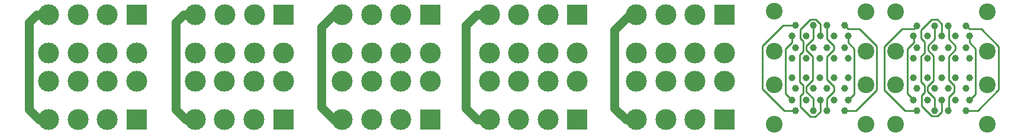
<source format=gbr>
G04 #@! TF.FileFunction,Copper,L1,Top,Signal*
%FSLAX46Y46*%
G04 Gerber Fmt 4.6, Leading zero omitted, Abs format (unit mm)*
G04 Created by KiCad (PCBNEW 4.0.7) date 04/09/18 21:47:58*
%MOMM*%
%LPD*%
G01*
G04 APERTURE LIST*
%ADD10C,0.100000*%
%ADD11C,2.400000*%
%ADD12C,1.000000*%
%ADD13R,3.000000X3.000000*%
%ADD14C,3.000000*%
%ADD15C,1.250000*%
%ADD16C,1.000000*%
%ADD17C,0.250000*%
G04 APERTURE END LIST*
D10*
D11*
X202387200Y-110985300D03*
X202387200Y-105305300D03*
X215527200Y-105305300D03*
X215527200Y-110975300D03*
D12*
X212457200Y-108985300D03*
X205457200Y-108985300D03*
X207957200Y-108985300D03*
X209957200Y-108985300D03*
X212957200Y-107485300D03*
X210957200Y-107485300D03*
X208967200Y-107485300D03*
X206957200Y-107485300D03*
X204957200Y-107485300D03*
X205457200Y-105785300D03*
X207957200Y-105785300D03*
X209957200Y-105785300D03*
X212457200Y-105785300D03*
X212957200Y-104285300D03*
X210957200Y-104285300D03*
X208957200Y-104285300D03*
X206957200Y-104285300D03*
X204957200Y-104285300D03*
D11*
X202387200Y-94792800D03*
X202387200Y-100472800D03*
X215527200Y-100472800D03*
X215527200Y-94802800D03*
D12*
X212457200Y-96792800D03*
X205457200Y-96792800D03*
X207957200Y-96792800D03*
X209957200Y-96792800D03*
X212957200Y-98292800D03*
X210957200Y-98292800D03*
X208967200Y-98292800D03*
X206957200Y-98292800D03*
X204957200Y-98292800D03*
X205457200Y-99992800D03*
X207957200Y-99992800D03*
X209957200Y-99992800D03*
X212457200Y-99992800D03*
X212957200Y-101492800D03*
X210957200Y-101492800D03*
X208957200Y-101492800D03*
X206957200Y-101492800D03*
X204957200Y-101492800D03*
D11*
X185020700Y-110976800D03*
X185020700Y-105296800D03*
X198160700Y-105296800D03*
X198160700Y-110966800D03*
D12*
X195090700Y-108976800D03*
X188090700Y-108976800D03*
X190590700Y-108976800D03*
X192590700Y-108976800D03*
X195590700Y-107476800D03*
X193590700Y-107476800D03*
X191600700Y-107476800D03*
X189590700Y-107476800D03*
X187590700Y-107476800D03*
X188090700Y-105776800D03*
X190590700Y-105776800D03*
X192590700Y-105776800D03*
X195090700Y-105776800D03*
X195590700Y-104276800D03*
X193590700Y-104276800D03*
X191590700Y-104276800D03*
X189590700Y-104276800D03*
X187590700Y-104276800D03*
D11*
X185020700Y-94737800D03*
X185020700Y-100417800D03*
X198160700Y-100417800D03*
X198160700Y-94747800D03*
D12*
X195090700Y-96737800D03*
X188090700Y-96737800D03*
X190590700Y-96737800D03*
X192590700Y-96737800D03*
X195590700Y-98237800D03*
X193590700Y-98237800D03*
X191600700Y-98237800D03*
X189590700Y-98237800D03*
X187590700Y-98237800D03*
X188090700Y-99937800D03*
X190590700Y-99937800D03*
X192590700Y-99937800D03*
X195090700Y-99937800D03*
X195590700Y-101437800D03*
X193590700Y-101437800D03*
X191590700Y-101437800D03*
X189590700Y-101437800D03*
X187590700Y-101437800D03*
D13*
X93827600Y-110286800D03*
D14*
X89627600Y-110286800D03*
X85427600Y-110286800D03*
X81227600Y-110286800D03*
X93827600Y-104786800D03*
X89627600Y-104786800D03*
X85427600Y-104786800D03*
X81227600Y-104786800D03*
D13*
X93827600Y-95250000D03*
D14*
X89627600Y-95250000D03*
X85427600Y-95250000D03*
X81227600Y-95250000D03*
X93827600Y-100750000D03*
X89627600Y-100750000D03*
X85427600Y-100750000D03*
X81227600Y-100750000D03*
D13*
X114808000Y-110286800D03*
D14*
X110608000Y-110286800D03*
X106408000Y-110286800D03*
X102208000Y-110286800D03*
X114808000Y-104786800D03*
X110608000Y-104786800D03*
X106408000Y-104786800D03*
X102208000Y-104786800D03*
D13*
X114858800Y-95250000D03*
D14*
X110658800Y-95250000D03*
X106458800Y-95250000D03*
X102258800Y-95250000D03*
X114858800Y-100750000D03*
X110658800Y-100750000D03*
X106458800Y-100750000D03*
X102258800Y-100750000D03*
D13*
X135839200Y-110286800D03*
D14*
X131639200Y-110286800D03*
X127439200Y-110286800D03*
X123239200Y-110286800D03*
X135839200Y-104786800D03*
X131639200Y-104786800D03*
X127439200Y-104786800D03*
X123239200Y-104786800D03*
D13*
X135839200Y-95250000D03*
D14*
X131639200Y-95250000D03*
X127439200Y-95250000D03*
X123239200Y-95250000D03*
X135839200Y-100750000D03*
X131639200Y-100750000D03*
X127439200Y-100750000D03*
X123239200Y-100750000D03*
D13*
X156870400Y-110286800D03*
D14*
X152670400Y-110286800D03*
X148470400Y-110286800D03*
X144270400Y-110286800D03*
X156870400Y-104786800D03*
X152670400Y-104786800D03*
X148470400Y-104786800D03*
X144270400Y-104786800D03*
D13*
X156870400Y-95250000D03*
D14*
X152670400Y-95250000D03*
X148470400Y-95250000D03*
X144270400Y-95250000D03*
X156870400Y-100750000D03*
X152670400Y-100750000D03*
X148470400Y-100750000D03*
X144270400Y-100750000D03*
D13*
X177901600Y-110286800D03*
D14*
X173701600Y-110286800D03*
X169501600Y-110286800D03*
X165301600Y-110286800D03*
X177901600Y-104786800D03*
X173701600Y-104786800D03*
X169501600Y-104786800D03*
X165301600Y-104786800D03*
D13*
X177901600Y-95250000D03*
D14*
X173701600Y-95250000D03*
X169501600Y-95250000D03*
X165301600Y-95250000D03*
X177901600Y-100750000D03*
X173701600Y-100750000D03*
X169501600Y-100750000D03*
X165301600Y-100750000D03*
D15*
X81189500Y-110286800D02*
X79883000Y-110286800D01*
X78405656Y-108809456D02*
X78405656Y-96333644D01*
X78405656Y-96333644D02*
X79502000Y-95237300D01*
X79883000Y-110286800D02*
X78405656Y-108809456D01*
X79502000Y-95237300D02*
X81189500Y-95237300D01*
X100533200Y-95237300D02*
X102220700Y-95237300D01*
X100914200Y-110286800D02*
X99436856Y-108809456D01*
X99436856Y-96333644D02*
X100533200Y-95237300D01*
X99436856Y-108809456D02*
X99436856Y-96333644D01*
X102220700Y-110286800D02*
X100914200Y-110286800D01*
X165339700Y-110286800D02*
X163840160Y-110286800D01*
X163840160Y-110286800D02*
X162204400Y-108651040D01*
X162204400Y-97414080D02*
X164381180Y-95237300D01*
X162204400Y-108651040D02*
X162204400Y-97414080D01*
D16*
X164381180Y-95237300D02*
X165339700Y-95237300D01*
D17*
X212489700Y-96737800D02*
X212989699Y-97237799D01*
X217154116Y-105959386D02*
X214136702Y-108976800D01*
X212989699Y-97237799D02*
X214636701Y-97237799D01*
X214636701Y-97237799D02*
X217154116Y-99755214D01*
X217154116Y-99755214D02*
X217154116Y-105959386D01*
X214136702Y-108976800D02*
X213196806Y-108976800D01*
X213196806Y-108976800D02*
X212489700Y-108976800D01*
X205489700Y-96737800D02*
X204989701Y-97237799D01*
X204989701Y-97237799D02*
X203342699Y-97237799D01*
X203342699Y-97237799D02*
X200807577Y-99772921D01*
X200807577Y-99772921D02*
X200807577Y-106076180D01*
X200807577Y-106076180D02*
X203708197Y-108976800D01*
X203708197Y-108976800D02*
X204782594Y-108976800D01*
X204782594Y-108976800D02*
X205489700Y-108976800D01*
X207989700Y-96737800D02*
X207989700Y-98716798D01*
X207989700Y-108269694D02*
X207989700Y-108976800D01*
X207989700Y-98716798D02*
X207024529Y-99681969D01*
X207024529Y-99681969D02*
X207024529Y-100330355D01*
X207798472Y-101104298D02*
X207798472Y-104714568D01*
X207024529Y-100330355D02*
X207798472Y-101104298D01*
X207798472Y-104714568D02*
X207802701Y-104718797D01*
X207802701Y-104718797D02*
X206969247Y-105552251D01*
X206969247Y-105552251D02*
X206969247Y-106235345D01*
X206969247Y-106235345D02*
X207989700Y-107255798D01*
X207989700Y-107255798D02*
X207989700Y-108269694D01*
X209989700Y-96737800D02*
X209989700Y-98716798D01*
X209989700Y-98716798D02*
X210974274Y-99701372D01*
X210974274Y-99701372D02*
X210974274Y-100232224D01*
X210814701Y-106272241D02*
X209989700Y-107097242D01*
X210974274Y-100232224D02*
X210005537Y-101200961D01*
X210005537Y-101200961D02*
X210005537Y-104571635D01*
X210005537Y-104571635D02*
X210814701Y-105380799D01*
X210814701Y-105380799D02*
X210814701Y-106272241D01*
X209989700Y-107097242D02*
X209989700Y-108269694D01*
X209989700Y-108269694D02*
X209989700Y-108976800D01*
X212989700Y-98237800D02*
X212989700Y-99216798D01*
X212989700Y-99216798D02*
X213860357Y-100087455D01*
X213860357Y-100087455D02*
X213860357Y-106606143D01*
X213860357Y-106606143D02*
X213489699Y-106976801D01*
X213489699Y-106976801D02*
X212989700Y-107476800D01*
X208999700Y-97530694D02*
X208999700Y-98237800D01*
X208385701Y-95912799D02*
X208999700Y-96526798D01*
X206057099Y-98613701D02*
X206057099Y-97449399D01*
X206057099Y-97449399D02*
X207593699Y-95912799D01*
X205995675Y-104846847D02*
X205995675Y-101210823D01*
X205995675Y-101210823D02*
X206561199Y-100645299D01*
X206132199Y-106808782D02*
X206519236Y-106421745D01*
X206519236Y-105370408D02*
X205995675Y-104846847D01*
X206519236Y-106421745D02*
X206519236Y-105370408D01*
X207561199Y-109810301D02*
X207132199Y-109381301D01*
X206132199Y-108340301D02*
X206132199Y-106808782D01*
X208999700Y-107476800D02*
X208999700Y-109187802D01*
X207132199Y-109340301D02*
X206132199Y-108340301D01*
X206561199Y-100645299D02*
X206561199Y-99117801D01*
X207132199Y-109381301D02*
X207132199Y-109340301D01*
X208361701Y-109801801D02*
X208353201Y-109810301D01*
X208999700Y-96526798D02*
X208999700Y-97530694D01*
X206561199Y-99117801D02*
X206057099Y-98613701D01*
X208353201Y-109810301D02*
X207561199Y-109810301D01*
X208385701Y-109801801D02*
X208361701Y-109801801D01*
X208999700Y-109187802D02*
X208385701Y-109801801D01*
X207593699Y-95912799D02*
X208385701Y-95912799D01*
X204989700Y-98237800D02*
X204989700Y-99216798D01*
X204989700Y-99216798D02*
X204063888Y-100142610D01*
X204063888Y-100142610D02*
X204063888Y-106550988D01*
X204063888Y-106550988D02*
X204489701Y-106976801D01*
X204489701Y-106976801D02*
X204989700Y-107476800D01*
X195090700Y-96737800D02*
X195590699Y-97237799D01*
X195590699Y-97237799D02*
X197237701Y-97237799D01*
X197237701Y-97237799D02*
X199685701Y-99685799D01*
X199685701Y-99685799D02*
X199685701Y-106028801D01*
X199685701Y-106028801D02*
X196737702Y-108976800D01*
X195797806Y-108976800D02*
X195090700Y-108976800D01*
X196737702Y-108976800D02*
X195797806Y-108976800D01*
X188090700Y-96737800D02*
X188083570Y-96744930D01*
X188083570Y-96744930D02*
X186324217Y-96744930D01*
X183375045Y-99694102D02*
X183375045Y-105908147D01*
X186324217Y-96744930D02*
X183375045Y-99694102D01*
X183375045Y-105908147D02*
X186443698Y-108976800D01*
X186443698Y-108976800D02*
X187383594Y-108976800D01*
X187383594Y-108976800D02*
X188090700Y-108976800D01*
X190578549Y-101204647D02*
X190578549Y-104567949D01*
X190590700Y-108269694D02*
X190590700Y-108976800D01*
X189631524Y-106296622D02*
X190590700Y-107255798D01*
X189631524Y-105514974D02*
X189631524Y-106296622D01*
X190590700Y-96737800D02*
X190590700Y-98716798D01*
X190590700Y-98716798D02*
X189637634Y-99669864D01*
X189637634Y-99669864D02*
X189637634Y-100263732D01*
X189637634Y-100263732D02*
X190578549Y-101204647D01*
X190578549Y-104567949D02*
X189631524Y-105514974D01*
X190590700Y-107255798D02*
X190590700Y-108269694D01*
X192590700Y-96737800D02*
X192590700Y-98716798D01*
X193560153Y-99686251D02*
X193560153Y-100247345D01*
X192590700Y-98716798D02*
X193560153Y-99686251D01*
X193560153Y-100247345D02*
X192576468Y-101231030D01*
X192576468Y-101231030D02*
X192576468Y-104541566D01*
X193590702Y-105555800D02*
X193590702Y-106255796D01*
X192576468Y-104541566D02*
X193590702Y-105555800D01*
X193590702Y-106255796D02*
X192590700Y-107255798D01*
X192590700Y-107255798D02*
X192590700Y-108269694D01*
X192590700Y-108269694D02*
X192590700Y-108976800D01*
X195590700Y-98237800D02*
X195590700Y-99216798D01*
X195590700Y-99216798D02*
X196468438Y-100094536D01*
X196468438Y-100094536D02*
X196468438Y-106599062D01*
X196468438Y-106599062D02*
X196090699Y-106976801D01*
X196090699Y-106976801D02*
X195590700Y-107476800D01*
X188765699Y-98633801D02*
X188765699Y-97341799D01*
X190986701Y-95912799D02*
X191600700Y-96526798D01*
X191600700Y-97530694D02*
X191600700Y-98237800D01*
X189187623Y-100450132D02*
X189187623Y-99055725D01*
X191600700Y-107476800D02*
X191600700Y-109187802D01*
X188653949Y-104863660D02*
X188653949Y-100983806D01*
X188653949Y-100983806D02*
X189187623Y-100450132D01*
X189181513Y-106483022D02*
X189181513Y-105391224D01*
X188765699Y-97341799D02*
X190194699Y-95912799D01*
X189181513Y-105391224D02*
X188653949Y-104863660D01*
X191600700Y-96526798D02*
X191600700Y-97530694D01*
X188765699Y-106898836D02*
X189181513Y-106483022D01*
X188765699Y-108409142D02*
X188765699Y-106898836D01*
X190230288Y-109873731D02*
X188765699Y-108409142D01*
X190914771Y-109873731D02*
X190230288Y-109873731D01*
X191600700Y-109187802D02*
X190914771Y-109873731D01*
X189187623Y-99055725D02*
X188765699Y-98633801D01*
X190194699Y-95912799D02*
X190986701Y-95912799D01*
X187590700Y-98237800D02*
X187590700Y-99216798D01*
X187590700Y-99216798D02*
X186674360Y-100133138D01*
X186674360Y-100133138D02*
X186674360Y-106560460D01*
X186674360Y-106560460D02*
X187090701Y-106976801D01*
X187090701Y-106976801D02*
X187590700Y-107476800D01*
D15*
X123239200Y-110286800D02*
X122036333Y-110286800D01*
X122036333Y-110286800D02*
X120272119Y-108522586D01*
X120272119Y-108522586D02*
X120272119Y-97004537D01*
X120272119Y-97004537D02*
X122039356Y-95237300D01*
X122039356Y-95237300D02*
X123239200Y-95237300D01*
X144241520Y-110276640D02*
X142554960Y-110276640D01*
X142554960Y-110276640D02*
X140949680Y-108671360D01*
X140949680Y-108671360D02*
X140949680Y-96702880D01*
X142415260Y-95237300D02*
X144257700Y-95237300D01*
X140949680Y-96702880D02*
X142415260Y-95237300D01*
M02*

</source>
